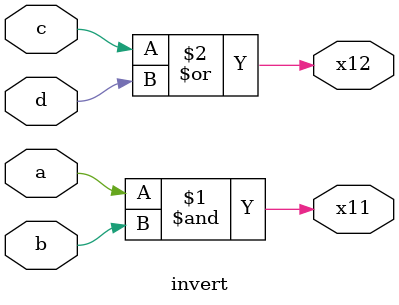
<source format=v>
module invert(a,b,c,d,x11,x12); 

    input a,b,c,d; 
    output x11,x12; 
   assign x11 = a & b; 
   assign x12 = c | d; 
    
endmodule
</source>
